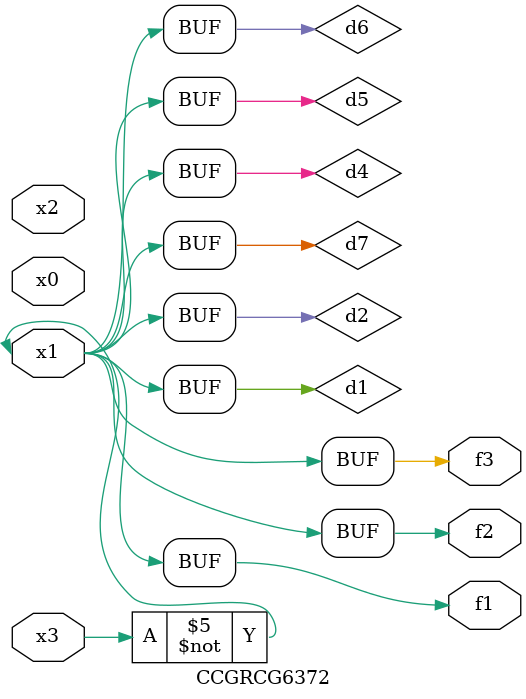
<source format=v>
module CCGRCG6372(
	input x0, x1, x2, x3,
	output f1, f2, f3
);

	wire d1, d2, d3, d4, d5, d6, d7;

	not (d1, x3);
	buf (d2, x1);
	xnor (d3, d1, d2);
	nor (d4, d1);
	buf (d5, d1, d2);
	buf (d6, d4, d5);
	nand (d7, d4);
	assign f1 = d6;
	assign f2 = d7;
	assign f3 = d6;
endmodule

</source>
